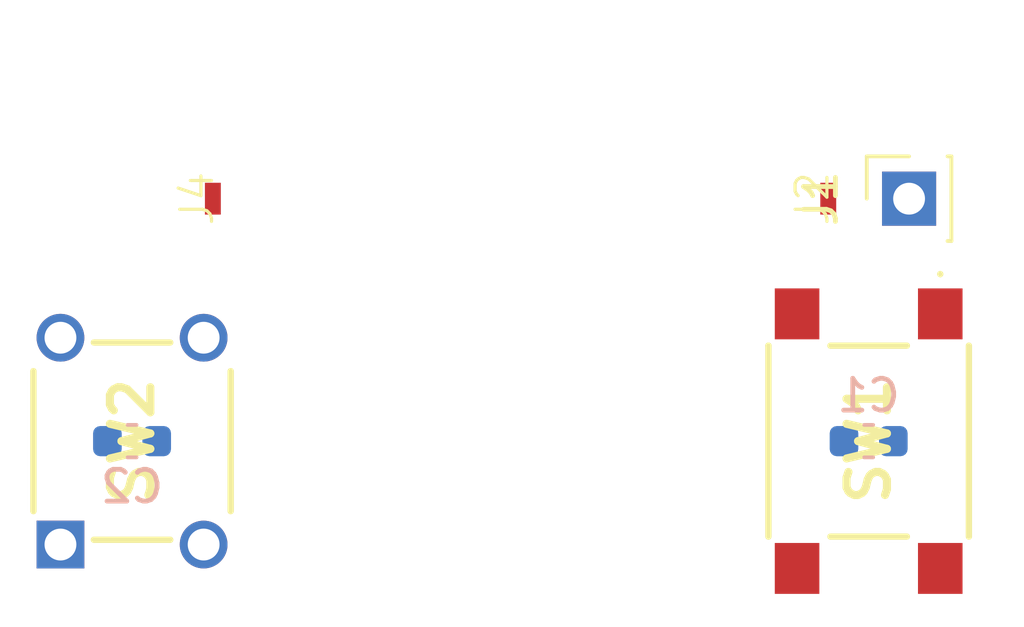
<source format=kicad_pcb>
(kicad_pcb (version 20221018) (generator pcbnew)
  (layers (0 "F.Cu" signal) (31 "B.Cu" signal) (34 "B.Paste" user) (35 "F.Paste" user) (36 "B.SilkS" user "B.Silkscreen") (37 "F.SilkS" user "F.Silkscreen") (38 "B.Mask" user) (39 "F.Mask" user) (44 "Edge.Cuts" user))
  (net 0 "")
  (net 1 "Net-(J1-Pin_1)")
  (net 2 "GND")
  (net 3 "Net-(J3-Pin_1)")
  (footprint "Connector_PinSocket_2.54mm:PinSocket_1x01_P2.54mm_Vertical" (layer "F.Cu") (at 58.71 15.24 90)
    (fp_text reference "J1" (at 0 -2.77 90) (layer "F.SilkS"))
    (fp_text value "Conn_01x01_Pin")
    (fp_line (start -1.33 1.21) (end -1.33 1.33) (stroke (width 0.12)) (layer "F.SilkS"))
    (fp_line (start -1.33 1.33) (end 1.33 1.33) (stroke (width 0.12)) (layer "F.SilkS"))
    (fp_line (start 0 -1.33) (end 1.33 -1.33) (stroke (width 0.12)) (layer "F.SilkS"))
    (fp_line (start 1.33 -1.33) (end 1.33 0) (stroke (width 0.12)) (layer "F.SilkS"))
    (fp_line (start 1.33 1.21) (end 1.33 1.33) (stroke (width 0.12)) (layer "F.SilkS"))
    (pad "1" thru_hole rect (at 0 0 90) (size 1.7 1.7) (drill 1) (layers "*.Cu" "*.Mask") (net 1 "Net-(J1-Pin_1)"))
  )
  (footprint "LibraryLoader:Exposed_Pad" (layer "F.Cu") (at 56.17 15.24 90)
    (fp_text reference "J2" (at 0 -0.5 90 unlocked) (layer "F.SilkS") (effects (font (thickness 0.1))))
    (fp_text value "Conn_01x01_Pin")
    (pad "1" smd rect (at 0 0 90) (size 1 0.5) (layers "F.Cu" "F.Paste" "F.Mask") (net 2 "GND"))
  )
  (footprint "LibraryLoader:DTS63NV" (layer "F.Cu") (at 34.29 22.86 90)
    (fp_text reference "SW2" (at 0 0 90) (layer "F.SilkS") (effects (font (size 1.27 1.27) (thickness 0.254))))
    (fp_text value "SW_MEC_5E" hide)
    (fp_line (start -3.1 -1.2) (end -3.1 1.2) (stroke (width 0.2)) (layer "F.SilkS"))
    (fp_line (start -2.2 3.1) (end 2.2 3.1) (stroke (width 0.2)) (layer "F.SilkS"))
    (fp_line (start 2.2 -3.1) (end -2.2 -3.1) (stroke (width 0.2)) (layer "F.SilkS"))
    (fp_line (start 3.1 1.2) (end 3.1 -1.2) (stroke (width 0.2)) (layer "F.SilkS"))
    (pad "1" thru_hole rect (at -3.25 -2.25 90) (size 1.5 1.5) (drill 1) (layers "*.Cu" "*.Mask") (net 3 "Net-(J3-Pin_1)"))
    (pad "2" thru_hole circle (at 3.25 -2.25 90) (size 1.5 1.5) (drill 1) (layers "*.Cu" "*.Mask") (net 3 "Net-(J3-Pin_1)"))
    (pad "3" thru_hole circle (at -3.25 2.25 90) (size 1.5 1.5) (drill 1) (layers "*.Cu" "*.Mask") (net 2 "GND"))
    (pad "4" thru_hole circle (at 3.25 2.25 90) (size 1.5 1.5) (drill 1) (layers "*.Cu" "*.Mask") (net 2 "GND"))
  )
  (footprint "LibraryLoader:Exposed_Pad" (layer "F.Cu") (at 36.83 15.24 90)
    (fp_text reference "J4" (at 0 -0.5 90 unlocked) (layer "F.SilkS") (effects (font (thickness 0.1))))
    (fp_text value "Conn_01x01_Pin")
    (pad "1" smd rect (at 0 0 90) (size 1 0.5) (layers "F.Cu" "F.Paste" "F.Mask") (net 2 "GND"))
  )
  (footprint "LibraryLoader:B3FS1050" (layer "F.Cu") (at 57.44 22.86 90)
    (fp_text reference "SW1" (at 0 0 90) (layer "F.SilkS") (effects (font (size 1.27 1.27) (thickness 0.254))))
    (fp_text value "SW_MEC_5E" hide)
    (fp_line (start -3 -3.15) (end 3 -3.15) (stroke (width 0.2)) (layer "F.SilkS"))
    (fp_line (start -3 -1.2) (end -3 1.2) (stroke (width 0.2)) (layer "F.SilkS"))
    (fp_line (start -3 3.15) (end 3 3.15) (stroke (width 0.2)) (layer "F.SilkS"))
    (fp_line (start 3 -3.15) (end 3 -3.15) (stroke (width 0.2)) (layer "F.SilkS"))
    (fp_line (start 3 -1.2) (end 3 1.2) (stroke (width 0.2)) (layer "F.SilkS"))
    (fp_line (start 5.2 2.25) (end 5.2 2.25) (stroke (width 0.1)) (layer "F.SilkS"))
    (fp_line (start 5.3 2.25) (end 5.3 2.25) (stroke (width 0.1)) (layer "F.SilkS"))
    (fp_arc (start 5.2 2.25) (mid 5.25 2.2) (end 5.3 2.25) (stroke (width 0.1)) (layer "F.SilkS"))
    (fp_arc (start 5.3 2.25) (mid 5.25 2.3) (end 5.2 2.25) (stroke (width 0.1)) (layer "F.SilkS"))
    (pad "1" smd rect (at 4 2.25 180) (size 1.4 1.6) (layers "F.Cu" "F.Paste" "F.Mask") (net 1 "Net-(J1-Pin_1)"))
    (pad "2" smd rect (at -4 2.25 180) (size 1.4 1.6) (layers "F.Cu" "F.Paste" "F.Mask") (net 1 "Net-(J1-Pin_1)"))
    (pad "3" smd rect (at 4 -2.25 180) (size 1.4 1.6) (layers "F.Cu" "F.Paste" "F.Mask") (net 2 "GND"))
    (pad "4" smd rect (at -4 -2.25 180) (size 1.4 1.6) (layers "F.Cu" "F.Paste" "F.Mask") (net 2 "GND"))
  )
  (footprint "Capacitor_SMD:C_0603_1608Metric" (layer "B.Cu") (at 34.29 22.86)
    (fp_text reference "C2" (at 0 1.43) (layer "B.SilkS") (effects (justify mirror)))
    (fp_text value "0.1u")
    (fp_line (start -0.14058 -0.51) (end 0.14058 -0.51) (stroke (width 0.12)) (layer "B.SilkS"))
    (fp_line (start -0.14058 0.51) (end 0.14058 0.51) (stroke (width 0.12)) (layer "B.SilkS"))
    (pad "1" smd roundrect (at -0.775 0) (size 0.9 0.95) (layers "B.Cu" "B.Paste" "B.Mask") (net 3 "Net-(J3-Pin_1)"))
    (pad "2" smd roundrect (at 0.775 0) (size 0.9 0.95) (layers "B.Cu" "B.Paste" "B.Mask") (net 2 "GND"))
  )
  (footprint "Capacitor_SMD:C_0603_1608Metric" (layer "B.Cu") (at 57.44 22.86 180)
    (fp_text reference "C1" (at 0 1.43) (layer "B.SilkS") (effects (justify mirror)))
    (fp_text value "0.1u")
    (fp_line (start -0.14058 -0.51) (end 0.14058 -0.51) (stroke (width 0.12)) (layer "B.SilkS"))
    (fp_line (start -0.14058 0.51) (end 0.14058 0.51) (stroke (width 0.12)) (layer "B.SilkS"))
    (pad "1" smd roundrect (at -0.775 0 180) (size 0.9 0.95) (layers "B.Cu" "B.Paste" "B.Mask") (net 1 "Net-(J1-Pin_1)"))
    (pad "2" smd roundrect (at 0.775 0 180) (size 0.9 0.95) (layers "B.Cu" "B.Paste" "B.Mask") (net 2 "GND"))
  )
)
</source>
